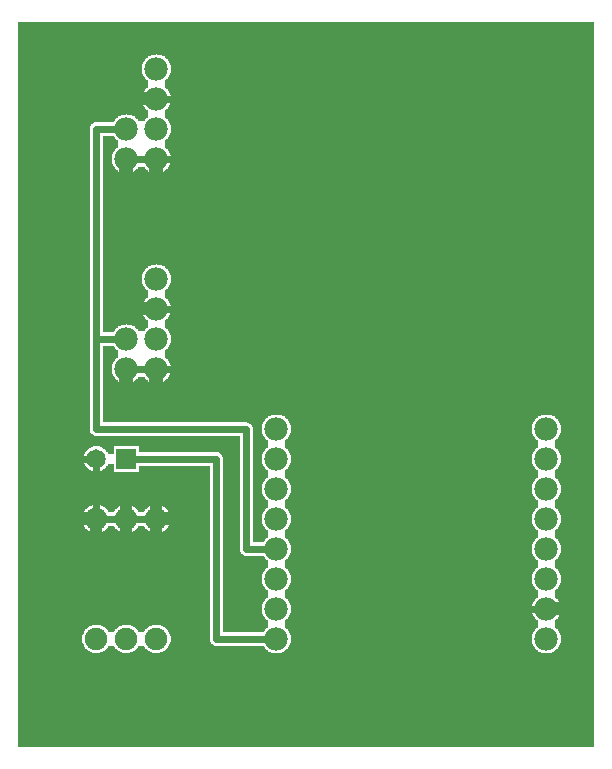
<source format=gbl>
G04 MADE WITH FRITZING*
G04 WWW.FRITZING.ORG*
G04 DOUBLE SIDED*
G04 HOLES PLATED*
G04 CONTOUR ON CENTER OF CONTOUR VECTOR*
%ASAXBY*%
%FSLAX23Y23*%
%MOIN*%
%OFA0B0*%
%SFA1.0B1.0*%
%ADD10C,0.075000*%
%ADD11C,0.077778*%
%ADD12C,0.065000*%
%ADD13C,0.078000*%
%ADD14C,0.024000*%
%ADD15R,0.001000X0.001000*%
%LNCOPPER0*%
G90*
G70*
G54D10*
X588Y2383D03*
G54D11*
X901Y1102D03*
X901Y1002D03*
X901Y902D03*
X901Y802D03*
X901Y702D03*
X901Y602D03*
X901Y502D03*
X901Y402D03*
X1801Y402D03*
X1801Y502D03*
X1801Y602D03*
X1801Y702D03*
X1801Y802D03*
X1801Y902D03*
X1801Y1002D03*
X1801Y1102D03*
G54D10*
X501Y402D03*
X501Y802D03*
X401Y402D03*
X401Y802D03*
G54D12*
X401Y1002D03*
X301Y1002D03*
G54D10*
X301Y402D03*
X301Y802D03*
G54D13*
X501Y1602D03*
X501Y1502D03*
X401Y1402D03*
X401Y1302D03*
X501Y1402D03*
X501Y1302D03*
X501Y2102D03*
X501Y2002D03*
X401Y2102D03*
X401Y2002D03*
X501Y2302D03*
X501Y2202D03*
G54D14*
X1699Y1500D02*
X531Y1502D01*
D02*
X1699Y1301D02*
X1699Y1500D01*
D02*
X431Y1302D02*
X1699Y1301D01*
D02*
X470Y1302D02*
X431Y1302D01*
D02*
X1699Y1500D02*
X531Y1502D01*
D02*
X1701Y502D02*
X1699Y1500D01*
D02*
X1771Y502D02*
X1701Y502D01*
D02*
X101Y1002D02*
X276Y1002D01*
D02*
X100Y100D02*
X101Y1002D01*
D02*
X1699Y100D02*
X100Y100D01*
D02*
X1701Y502D02*
X1699Y100D01*
D02*
X1771Y502D02*
X1701Y502D01*
D02*
X401Y802D02*
X329Y802D01*
D02*
X501Y802D02*
X429Y802D01*
D02*
X401Y1002D02*
X425Y1002D01*
D02*
X701Y402D02*
X701Y1002D01*
D02*
X701Y1002D02*
X401Y1002D01*
D02*
X871Y402D02*
X701Y402D01*
D02*
X431Y2002D02*
X470Y2002D01*
D02*
X1701Y502D02*
X1701Y2202D01*
D02*
X1701Y2202D02*
X531Y2202D01*
D02*
X1771Y502D02*
X1701Y502D01*
D02*
X301Y802D02*
X301Y977D01*
D02*
X372Y802D02*
X301Y802D01*
D02*
X800Y1101D02*
X801Y702D01*
D02*
X300Y1402D02*
X300Y1101D01*
D02*
X801Y702D02*
X871Y702D01*
D02*
X300Y1101D02*
X800Y1101D01*
D02*
X370Y1402D02*
X300Y1402D01*
D02*
X601Y2202D02*
X601Y2002D01*
D02*
X601Y2002D02*
X531Y2002D01*
D02*
X531Y2202D02*
X601Y2202D01*
D02*
X301Y2102D02*
X370Y2102D01*
D02*
X301Y1402D02*
X301Y2102D01*
D02*
X370Y1402D02*
X301Y1402D01*
G36*
X40Y2460D02*
X40Y2352D01*
X502Y2352D01*
X502Y2350D01*
X514Y2350D01*
X514Y2348D01*
X520Y2348D01*
X520Y2346D01*
X524Y2346D01*
X524Y2344D01*
X528Y2344D01*
X528Y2342D01*
X530Y2342D01*
X530Y2340D01*
X532Y2340D01*
X532Y2338D01*
X534Y2338D01*
X534Y2336D01*
X536Y2336D01*
X536Y2334D01*
X538Y2334D01*
X538Y2332D01*
X540Y2332D01*
X540Y2330D01*
X542Y2330D01*
X542Y2326D01*
X544Y2326D01*
X544Y2322D01*
X546Y2322D01*
X546Y2316D01*
X548Y2316D01*
X548Y2308D01*
X550Y2308D01*
X550Y2296D01*
X548Y2296D01*
X548Y2288D01*
X546Y2288D01*
X546Y2282D01*
X544Y2282D01*
X544Y2278D01*
X542Y2278D01*
X542Y2274D01*
X540Y2274D01*
X540Y2272D01*
X538Y2272D01*
X538Y2270D01*
X536Y2270D01*
X536Y2268D01*
X534Y2268D01*
X534Y2266D01*
X532Y2266D01*
X532Y2264D01*
X530Y2264D01*
X530Y2262D01*
X528Y2262D01*
X528Y2242D01*
X530Y2242D01*
X530Y2240D01*
X532Y2240D01*
X532Y2238D01*
X534Y2238D01*
X534Y2236D01*
X536Y2236D01*
X536Y2234D01*
X538Y2234D01*
X538Y2232D01*
X540Y2232D01*
X540Y2230D01*
X542Y2230D01*
X542Y2226D01*
X544Y2226D01*
X544Y2222D01*
X546Y2222D01*
X546Y2216D01*
X548Y2216D01*
X548Y2208D01*
X550Y2208D01*
X550Y2196D01*
X548Y2196D01*
X548Y2188D01*
X546Y2188D01*
X546Y2182D01*
X544Y2182D01*
X544Y2178D01*
X542Y2178D01*
X542Y2174D01*
X540Y2174D01*
X540Y2172D01*
X538Y2172D01*
X538Y2170D01*
X536Y2170D01*
X536Y2168D01*
X534Y2168D01*
X534Y2166D01*
X532Y2166D01*
X532Y2164D01*
X530Y2164D01*
X530Y2162D01*
X528Y2162D01*
X528Y2142D01*
X530Y2142D01*
X530Y2140D01*
X532Y2140D01*
X532Y2138D01*
X534Y2138D01*
X534Y2136D01*
X536Y2136D01*
X536Y2134D01*
X538Y2134D01*
X538Y2132D01*
X540Y2132D01*
X540Y2130D01*
X542Y2130D01*
X542Y2126D01*
X544Y2126D01*
X544Y2122D01*
X546Y2122D01*
X546Y2116D01*
X548Y2116D01*
X548Y2108D01*
X550Y2108D01*
X550Y2096D01*
X548Y2096D01*
X548Y2088D01*
X546Y2088D01*
X546Y2082D01*
X544Y2082D01*
X544Y2078D01*
X542Y2078D01*
X542Y2074D01*
X540Y2074D01*
X540Y2072D01*
X538Y2072D01*
X538Y2070D01*
X536Y2070D01*
X536Y2068D01*
X534Y2068D01*
X534Y2066D01*
X532Y2066D01*
X532Y2064D01*
X530Y2064D01*
X530Y2062D01*
X528Y2062D01*
X528Y2042D01*
X530Y2042D01*
X530Y2040D01*
X532Y2040D01*
X532Y2038D01*
X534Y2038D01*
X534Y2036D01*
X536Y2036D01*
X536Y2034D01*
X538Y2034D01*
X538Y2032D01*
X540Y2032D01*
X540Y2030D01*
X542Y2030D01*
X542Y2026D01*
X544Y2026D01*
X544Y2022D01*
X546Y2022D01*
X546Y2016D01*
X548Y2016D01*
X548Y2008D01*
X550Y2008D01*
X550Y1996D01*
X548Y1996D01*
X548Y1988D01*
X546Y1988D01*
X546Y1982D01*
X544Y1982D01*
X544Y1978D01*
X542Y1978D01*
X542Y1974D01*
X540Y1974D01*
X540Y1972D01*
X538Y1972D01*
X538Y1970D01*
X536Y1970D01*
X536Y1968D01*
X534Y1968D01*
X534Y1966D01*
X532Y1966D01*
X532Y1964D01*
X530Y1964D01*
X530Y1962D01*
X526Y1962D01*
X526Y1960D01*
X524Y1960D01*
X524Y1958D01*
X520Y1958D01*
X520Y1956D01*
X514Y1956D01*
X514Y1954D01*
X1958Y1954D01*
X1958Y2460D01*
X40Y2460D01*
G37*
D02*
G36*
X40Y2352D02*
X40Y2152D01*
X402Y2152D01*
X402Y2150D01*
X414Y2150D01*
X414Y2148D01*
X420Y2148D01*
X420Y2146D01*
X424Y2146D01*
X424Y2144D01*
X428Y2144D01*
X428Y2142D01*
X430Y2142D01*
X430Y2140D01*
X432Y2140D01*
X432Y2138D01*
X434Y2138D01*
X434Y2136D01*
X436Y2136D01*
X436Y2134D01*
X438Y2134D01*
X438Y2132D01*
X440Y2132D01*
X440Y2130D01*
X462Y2130D01*
X462Y2134D01*
X464Y2134D01*
X464Y2136D01*
X466Y2136D01*
X466Y2138D01*
X468Y2138D01*
X468Y2140D01*
X472Y2140D01*
X472Y2142D01*
X474Y2142D01*
X474Y2162D01*
X472Y2162D01*
X472Y2164D01*
X468Y2164D01*
X468Y2166D01*
X466Y2166D01*
X466Y2168D01*
X464Y2168D01*
X464Y2170D01*
X462Y2170D01*
X462Y2174D01*
X460Y2174D01*
X460Y2176D01*
X458Y2176D01*
X458Y2180D01*
X456Y2180D01*
X456Y2184D01*
X454Y2184D01*
X454Y2192D01*
X452Y2192D01*
X452Y2214D01*
X454Y2214D01*
X454Y2220D01*
X456Y2220D01*
X456Y2224D01*
X458Y2224D01*
X458Y2228D01*
X460Y2228D01*
X460Y2230D01*
X462Y2230D01*
X462Y2234D01*
X464Y2234D01*
X464Y2236D01*
X466Y2236D01*
X466Y2238D01*
X468Y2238D01*
X468Y2240D01*
X472Y2240D01*
X472Y2242D01*
X474Y2242D01*
X474Y2262D01*
X472Y2262D01*
X472Y2264D01*
X468Y2264D01*
X468Y2266D01*
X466Y2266D01*
X466Y2268D01*
X464Y2268D01*
X464Y2270D01*
X462Y2270D01*
X462Y2274D01*
X460Y2274D01*
X460Y2276D01*
X458Y2276D01*
X458Y2280D01*
X456Y2280D01*
X456Y2284D01*
X454Y2284D01*
X454Y2292D01*
X452Y2292D01*
X452Y2314D01*
X454Y2314D01*
X454Y2320D01*
X456Y2320D01*
X456Y2324D01*
X458Y2324D01*
X458Y2328D01*
X460Y2328D01*
X460Y2330D01*
X462Y2330D01*
X462Y2334D01*
X464Y2334D01*
X464Y2336D01*
X466Y2336D01*
X466Y2338D01*
X468Y2338D01*
X468Y2340D01*
X472Y2340D01*
X472Y2342D01*
X474Y2342D01*
X474Y2344D01*
X478Y2344D01*
X478Y2346D01*
X482Y2346D01*
X482Y2348D01*
X488Y2348D01*
X488Y2350D01*
X500Y2350D01*
X500Y2352D01*
X40Y2352D01*
G37*
D02*
G36*
X40Y2152D02*
X40Y1044D01*
X444Y1044D01*
X444Y1024D01*
X708Y1024D01*
X708Y1022D01*
X712Y1022D01*
X712Y1020D01*
X714Y1020D01*
X714Y1018D01*
X716Y1018D01*
X716Y1016D01*
X718Y1016D01*
X718Y1014D01*
X720Y1014D01*
X720Y1010D01*
X722Y1010D01*
X722Y424D01*
X858Y424D01*
X858Y428D01*
X860Y428D01*
X860Y430D01*
X862Y430D01*
X862Y432D01*
X864Y432D01*
X864Y436D01*
X866Y436D01*
X866Y438D01*
X868Y438D01*
X868Y440D01*
X872Y440D01*
X872Y442D01*
X874Y442D01*
X874Y462D01*
X872Y462D01*
X872Y464D01*
X870Y464D01*
X870Y466D01*
X866Y466D01*
X866Y468D01*
X864Y468D01*
X864Y472D01*
X862Y472D01*
X862Y474D01*
X860Y474D01*
X860Y476D01*
X858Y476D01*
X858Y480D01*
X856Y480D01*
X856Y484D01*
X854Y484D01*
X854Y492D01*
X852Y492D01*
X852Y512D01*
X854Y512D01*
X854Y520D01*
X856Y520D01*
X856Y524D01*
X858Y524D01*
X858Y528D01*
X860Y528D01*
X860Y530D01*
X862Y530D01*
X862Y532D01*
X864Y532D01*
X864Y536D01*
X866Y536D01*
X866Y538D01*
X868Y538D01*
X868Y540D01*
X872Y540D01*
X872Y542D01*
X874Y542D01*
X874Y562D01*
X872Y562D01*
X872Y564D01*
X870Y564D01*
X870Y566D01*
X866Y566D01*
X866Y568D01*
X864Y568D01*
X864Y572D01*
X862Y572D01*
X862Y574D01*
X860Y574D01*
X860Y576D01*
X858Y576D01*
X858Y580D01*
X856Y580D01*
X856Y584D01*
X854Y584D01*
X854Y592D01*
X852Y592D01*
X852Y612D01*
X854Y612D01*
X854Y620D01*
X856Y620D01*
X856Y624D01*
X858Y624D01*
X858Y628D01*
X860Y628D01*
X860Y630D01*
X862Y630D01*
X862Y632D01*
X864Y632D01*
X864Y636D01*
X866Y636D01*
X866Y638D01*
X868Y638D01*
X868Y640D01*
X872Y640D01*
X872Y642D01*
X874Y642D01*
X874Y662D01*
X872Y662D01*
X872Y664D01*
X870Y664D01*
X870Y666D01*
X866Y666D01*
X866Y668D01*
X864Y668D01*
X864Y672D01*
X862Y672D01*
X862Y674D01*
X860Y674D01*
X860Y676D01*
X858Y676D01*
X858Y680D01*
X794Y680D01*
X794Y682D01*
X790Y682D01*
X790Y684D01*
X786Y684D01*
X786Y686D01*
X784Y686D01*
X784Y688D01*
X782Y688D01*
X782Y692D01*
X780Y692D01*
X780Y698D01*
X778Y698D01*
X778Y1080D01*
X292Y1080D01*
X292Y1082D01*
X288Y1082D01*
X288Y1084D01*
X286Y1084D01*
X286Y1086D01*
X284Y1086D01*
X284Y1088D01*
X282Y1088D01*
X282Y1090D01*
X280Y1090D01*
X280Y1096D01*
X278Y1096D01*
X278Y2106D01*
X280Y2106D01*
X280Y2112D01*
X282Y2112D01*
X282Y2116D01*
X284Y2116D01*
X284Y2118D01*
X286Y2118D01*
X286Y2120D01*
X290Y2120D01*
X290Y2122D01*
X294Y2122D01*
X294Y2124D01*
X358Y2124D01*
X358Y2128D01*
X360Y2128D01*
X360Y2130D01*
X362Y2130D01*
X362Y2134D01*
X364Y2134D01*
X364Y2136D01*
X366Y2136D01*
X366Y2138D01*
X368Y2138D01*
X368Y2140D01*
X372Y2140D01*
X372Y2142D01*
X374Y2142D01*
X374Y2144D01*
X378Y2144D01*
X378Y2146D01*
X382Y2146D01*
X382Y2148D01*
X388Y2148D01*
X388Y2150D01*
X400Y2150D01*
X400Y2152D01*
X40Y2152D01*
G37*
D02*
G36*
X322Y2080D02*
X322Y1954D01*
X388Y1954D01*
X388Y1956D01*
X382Y1956D01*
X382Y1958D01*
X378Y1958D01*
X378Y1960D01*
X374Y1960D01*
X374Y1962D01*
X372Y1962D01*
X372Y1964D01*
X368Y1964D01*
X368Y1966D01*
X366Y1966D01*
X366Y1968D01*
X364Y1968D01*
X364Y1970D01*
X362Y1970D01*
X362Y1974D01*
X360Y1974D01*
X360Y1976D01*
X358Y1976D01*
X358Y1980D01*
X356Y1980D01*
X356Y1984D01*
X354Y1984D01*
X354Y1992D01*
X352Y1992D01*
X352Y2014D01*
X354Y2014D01*
X354Y2020D01*
X356Y2020D01*
X356Y2024D01*
X358Y2024D01*
X358Y2028D01*
X360Y2028D01*
X360Y2030D01*
X362Y2030D01*
X362Y2034D01*
X364Y2034D01*
X364Y2036D01*
X366Y2036D01*
X366Y2038D01*
X368Y2038D01*
X368Y2040D01*
X372Y2040D01*
X372Y2042D01*
X374Y2042D01*
X374Y2062D01*
X372Y2062D01*
X372Y2064D01*
X368Y2064D01*
X368Y2066D01*
X366Y2066D01*
X366Y2068D01*
X364Y2068D01*
X364Y2070D01*
X362Y2070D01*
X362Y2074D01*
X360Y2074D01*
X360Y2076D01*
X358Y2076D01*
X358Y2080D01*
X322Y2080D01*
G37*
D02*
G36*
X440Y1974D02*
X440Y1972D01*
X438Y1972D01*
X438Y1970D01*
X436Y1970D01*
X436Y1968D01*
X434Y1968D01*
X434Y1966D01*
X432Y1966D01*
X432Y1964D01*
X430Y1964D01*
X430Y1962D01*
X426Y1962D01*
X426Y1960D01*
X424Y1960D01*
X424Y1958D01*
X420Y1958D01*
X420Y1956D01*
X414Y1956D01*
X414Y1954D01*
X488Y1954D01*
X488Y1956D01*
X482Y1956D01*
X482Y1958D01*
X478Y1958D01*
X478Y1960D01*
X474Y1960D01*
X474Y1962D01*
X472Y1962D01*
X472Y1964D01*
X468Y1964D01*
X468Y1966D01*
X466Y1966D01*
X466Y1968D01*
X464Y1968D01*
X464Y1970D01*
X462Y1970D01*
X462Y1974D01*
X440Y1974D01*
G37*
D02*
G36*
X322Y1954D02*
X322Y1952D01*
X1958Y1952D01*
X1958Y1954D01*
X322Y1954D01*
G37*
D02*
G36*
X322Y1954D02*
X322Y1952D01*
X1958Y1952D01*
X1958Y1954D01*
X322Y1954D01*
G37*
D02*
G36*
X322Y1954D02*
X322Y1952D01*
X1958Y1952D01*
X1958Y1954D01*
X322Y1954D01*
G37*
D02*
G36*
X322Y1952D02*
X322Y1652D01*
X502Y1652D01*
X502Y1650D01*
X514Y1650D01*
X514Y1648D01*
X520Y1648D01*
X520Y1646D01*
X524Y1646D01*
X524Y1644D01*
X528Y1644D01*
X528Y1642D01*
X530Y1642D01*
X530Y1640D01*
X532Y1640D01*
X532Y1638D01*
X534Y1638D01*
X534Y1636D01*
X536Y1636D01*
X536Y1634D01*
X538Y1634D01*
X538Y1632D01*
X540Y1632D01*
X540Y1630D01*
X542Y1630D01*
X542Y1626D01*
X544Y1626D01*
X544Y1622D01*
X546Y1622D01*
X546Y1616D01*
X548Y1616D01*
X548Y1608D01*
X550Y1608D01*
X550Y1596D01*
X548Y1596D01*
X548Y1588D01*
X546Y1588D01*
X546Y1582D01*
X544Y1582D01*
X544Y1578D01*
X542Y1578D01*
X542Y1574D01*
X540Y1574D01*
X540Y1572D01*
X538Y1572D01*
X538Y1570D01*
X536Y1570D01*
X536Y1568D01*
X534Y1568D01*
X534Y1566D01*
X532Y1566D01*
X532Y1564D01*
X530Y1564D01*
X530Y1562D01*
X528Y1562D01*
X528Y1542D01*
X530Y1542D01*
X530Y1540D01*
X532Y1540D01*
X532Y1538D01*
X534Y1538D01*
X534Y1536D01*
X536Y1536D01*
X536Y1534D01*
X538Y1534D01*
X538Y1532D01*
X540Y1532D01*
X540Y1530D01*
X542Y1530D01*
X542Y1526D01*
X544Y1526D01*
X544Y1522D01*
X546Y1522D01*
X546Y1516D01*
X548Y1516D01*
X548Y1508D01*
X550Y1508D01*
X550Y1496D01*
X548Y1496D01*
X548Y1488D01*
X546Y1488D01*
X546Y1482D01*
X544Y1482D01*
X544Y1478D01*
X542Y1478D01*
X542Y1474D01*
X540Y1474D01*
X540Y1472D01*
X538Y1472D01*
X538Y1470D01*
X536Y1470D01*
X536Y1468D01*
X534Y1468D01*
X534Y1466D01*
X532Y1466D01*
X532Y1464D01*
X530Y1464D01*
X530Y1462D01*
X528Y1462D01*
X528Y1442D01*
X530Y1442D01*
X530Y1440D01*
X532Y1440D01*
X532Y1438D01*
X534Y1438D01*
X534Y1436D01*
X536Y1436D01*
X536Y1434D01*
X538Y1434D01*
X538Y1432D01*
X540Y1432D01*
X540Y1430D01*
X542Y1430D01*
X542Y1426D01*
X544Y1426D01*
X544Y1422D01*
X546Y1422D01*
X546Y1416D01*
X548Y1416D01*
X548Y1408D01*
X550Y1408D01*
X550Y1396D01*
X548Y1396D01*
X548Y1388D01*
X546Y1388D01*
X546Y1382D01*
X544Y1382D01*
X544Y1378D01*
X542Y1378D01*
X542Y1374D01*
X540Y1374D01*
X540Y1372D01*
X538Y1372D01*
X538Y1370D01*
X536Y1370D01*
X536Y1368D01*
X534Y1368D01*
X534Y1366D01*
X532Y1366D01*
X532Y1364D01*
X530Y1364D01*
X530Y1362D01*
X528Y1362D01*
X528Y1342D01*
X530Y1342D01*
X530Y1340D01*
X532Y1340D01*
X532Y1338D01*
X534Y1338D01*
X534Y1336D01*
X536Y1336D01*
X536Y1334D01*
X538Y1334D01*
X538Y1332D01*
X540Y1332D01*
X540Y1330D01*
X542Y1330D01*
X542Y1326D01*
X544Y1326D01*
X544Y1322D01*
X546Y1322D01*
X546Y1316D01*
X548Y1316D01*
X548Y1308D01*
X550Y1308D01*
X550Y1296D01*
X548Y1296D01*
X548Y1288D01*
X546Y1288D01*
X546Y1282D01*
X544Y1282D01*
X544Y1278D01*
X542Y1278D01*
X542Y1274D01*
X540Y1274D01*
X540Y1272D01*
X538Y1272D01*
X538Y1270D01*
X536Y1270D01*
X536Y1268D01*
X534Y1268D01*
X534Y1266D01*
X532Y1266D01*
X532Y1264D01*
X530Y1264D01*
X530Y1262D01*
X526Y1262D01*
X526Y1260D01*
X524Y1260D01*
X524Y1258D01*
X520Y1258D01*
X520Y1256D01*
X514Y1256D01*
X514Y1254D01*
X1958Y1254D01*
X1958Y1952D01*
X322Y1952D01*
G37*
D02*
G36*
X322Y1652D02*
X322Y1452D01*
X402Y1452D01*
X402Y1450D01*
X414Y1450D01*
X414Y1448D01*
X420Y1448D01*
X420Y1446D01*
X424Y1446D01*
X424Y1444D01*
X428Y1444D01*
X428Y1442D01*
X430Y1442D01*
X430Y1440D01*
X432Y1440D01*
X432Y1438D01*
X434Y1438D01*
X434Y1436D01*
X436Y1436D01*
X436Y1434D01*
X438Y1434D01*
X438Y1432D01*
X440Y1432D01*
X440Y1430D01*
X462Y1430D01*
X462Y1434D01*
X464Y1434D01*
X464Y1436D01*
X466Y1436D01*
X466Y1438D01*
X468Y1438D01*
X468Y1440D01*
X472Y1440D01*
X472Y1442D01*
X474Y1442D01*
X474Y1462D01*
X472Y1462D01*
X472Y1464D01*
X468Y1464D01*
X468Y1466D01*
X466Y1466D01*
X466Y1468D01*
X464Y1468D01*
X464Y1470D01*
X462Y1470D01*
X462Y1474D01*
X460Y1474D01*
X460Y1476D01*
X458Y1476D01*
X458Y1480D01*
X456Y1480D01*
X456Y1484D01*
X454Y1484D01*
X454Y1492D01*
X452Y1492D01*
X452Y1514D01*
X454Y1514D01*
X454Y1520D01*
X456Y1520D01*
X456Y1524D01*
X458Y1524D01*
X458Y1528D01*
X460Y1528D01*
X460Y1530D01*
X462Y1530D01*
X462Y1534D01*
X464Y1534D01*
X464Y1536D01*
X466Y1536D01*
X466Y1538D01*
X468Y1538D01*
X468Y1540D01*
X472Y1540D01*
X472Y1542D01*
X474Y1542D01*
X474Y1562D01*
X472Y1562D01*
X472Y1564D01*
X468Y1564D01*
X468Y1566D01*
X466Y1566D01*
X466Y1568D01*
X464Y1568D01*
X464Y1570D01*
X462Y1570D01*
X462Y1574D01*
X460Y1574D01*
X460Y1576D01*
X458Y1576D01*
X458Y1580D01*
X456Y1580D01*
X456Y1584D01*
X454Y1584D01*
X454Y1592D01*
X452Y1592D01*
X452Y1614D01*
X454Y1614D01*
X454Y1620D01*
X456Y1620D01*
X456Y1624D01*
X458Y1624D01*
X458Y1628D01*
X460Y1628D01*
X460Y1630D01*
X462Y1630D01*
X462Y1634D01*
X464Y1634D01*
X464Y1636D01*
X466Y1636D01*
X466Y1638D01*
X468Y1638D01*
X468Y1640D01*
X472Y1640D01*
X472Y1642D01*
X474Y1642D01*
X474Y1644D01*
X478Y1644D01*
X478Y1646D01*
X482Y1646D01*
X482Y1648D01*
X488Y1648D01*
X488Y1650D01*
X500Y1650D01*
X500Y1652D01*
X322Y1652D01*
G37*
D02*
G36*
X322Y1452D02*
X322Y1424D01*
X358Y1424D01*
X358Y1428D01*
X360Y1428D01*
X360Y1430D01*
X362Y1430D01*
X362Y1434D01*
X364Y1434D01*
X364Y1436D01*
X366Y1436D01*
X366Y1438D01*
X368Y1438D01*
X368Y1440D01*
X372Y1440D01*
X372Y1442D01*
X374Y1442D01*
X374Y1444D01*
X378Y1444D01*
X378Y1446D01*
X382Y1446D01*
X382Y1448D01*
X388Y1448D01*
X388Y1450D01*
X400Y1450D01*
X400Y1452D01*
X322Y1452D01*
G37*
D02*
G36*
X322Y1380D02*
X322Y1254D01*
X388Y1254D01*
X388Y1256D01*
X382Y1256D01*
X382Y1258D01*
X378Y1258D01*
X378Y1260D01*
X374Y1260D01*
X374Y1262D01*
X372Y1262D01*
X372Y1264D01*
X368Y1264D01*
X368Y1266D01*
X366Y1266D01*
X366Y1268D01*
X364Y1268D01*
X364Y1270D01*
X362Y1270D01*
X362Y1274D01*
X360Y1274D01*
X360Y1276D01*
X358Y1276D01*
X358Y1280D01*
X356Y1280D01*
X356Y1284D01*
X354Y1284D01*
X354Y1292D01*
X352Y1292D01*
X352Y1314D01*
X354Y1314D01*
X354Y1320D01*
X356Y1320D01*
X356Y1324D01*
X358Y1324D01*
X358Y1328D01*
X360Y1328D01*
X360Y1330D01*
X362Y1330D01*
X362Y1334D01*
X364Y1334D01*
X364Y1336D01*
X366Y1336D01*
X366Y1338D01*
X368Y1338D01*
X368Y1340D01*
X372Y1340D01*
X372Y1342D01*
X374Y1342D01*
X374Y1362D01*
X372Y1362D01*
X372Y1364D01*
X368Y1364D01*
X368Y1366D01*
X366Y1366D01*
X366Y1368D01*
X364Y1368D01*
X364Y1370D01*
X362Y1370D01*
X362Y1374D01*
X360Y1374D01*
X360Y1376D01*
X358Y1376D01*
X358Y1380D01*
X322Y1380D01*
G37*
D02*
G36*
X440Y1274D02*
X440Y1272D01*
X438Y1272D01*
X438Y1270D01*
X436Y1270D01*
X436Y1268D01*
X434Y1268D01*
X434Y1266D01*
X432Y1266D01*
X432Y1264D01*
X430Y1264D01*
X430Y1262D01*
X426Y1262D01*
X426Y1260D01*
X424Y1260D01*
X424Y1258D01*
X420Y1258D01*
X420Y1256D01*
X414Y1256D01*
X414Y1254D01*
X488Y1254D01*
X488Y1256D01*
X482Y1256D01*
X482Y1258D01*
X478Y1258D01*
X478Y1260D01*
X474Y1260D01*
X474Y1262D01*
X472Y1262D01*
X472Y1264D01*
X468Y1264D01*
X468Y1266D01*
X466Y1266D01*
X466Y1268D01*
X464Y1268D01*
X464Y1270D01*
X462Y1270D01*
X462Y1274D01*
X440Y1274D01*
G37*
D02*
G36*
X322Y1254D02*
X322Y1252D01*
X1958Y1252D01*
X1958Y1254D01*
X322Y1254D01*
G37*
D02*
G36*
X322Y1254D02*
X322Y1252D01*
X1958Y1252D01*
X1958Y1254D01*
X322Y1254D01*
G37*
D02*
G36*
X322Y1254D02*
X322Y1252D01*
X1958Y1252D01*
X1958Y1254D01*
X322Y1254D01*
G37*
D02*
G36*
X322Y1252D02*
X322Y1150D01*
X1814Y1150D01*
X1814Y1148D01*
X1820Y1148D01*
X1820Y1146D01*
X1824Y1146D01*
X1824Y1144D01*
X1828Y1144D01*
X1828Y1142D01*
X1830Y1142D01*
X1830Y1140D01*
X1832Y1140D01*
X1832Y1138D01*
X1834Y1138D01*
X1834Y1136D01*
X1836Y1136D01*
X1836Y1134D01*
X1838Y1134D01*
X1838Y1132D01*
X1840Y1132D01*
X1840Y1130D01*
X1842Y1130D01*
X1842Y1126D01*
X1844Y1126D01*
X1844Y1122D01*
X1846Y1122D01*
X1846Y1116D01*
X1848Y1116D01*
X1848Y1108D01*
X1850Y1108D01*
X1850Y1096D01*
X1848Y1096D01*
X1848Y1088D01*
X1846Y1088D01*
X1846Y1082D01*
X1844Y1082D01*
X1844Y1078D01*
X1842Y1078D01*
X1842Y1074D01*
X1840Y1074D01*
X1840Y1072D01*
X1838Y1072D01*
X1838Y1070D01*
X1836Y1070D01*
X1836Y1068D01*
X1834Y1068D01*
X1834Y1066D01*
X1832Y1066D01*
X1832Y1064D01*
X1830Y1064D01*
X1830Y1062D01*
X1828Y1062D01*
X1828Y1042D01*
X1830Y1042D01*
X1830Y1040D01*
X1832Y1040D01*
X1832Y1038D01*
X1834Y1038D01*
X1834Y1036D01*
X1836Y1036D01*
X1836Y1034D01*
X1838Y1034D01*
X1838Y1032D01*
X1840Y1032D01*
X1840Y1030D01*
X1842Y1030D01*
X1842Y1026D01*
X1844Y1026D01*
X1844Y1022D01*
X1846Y1022D01*
X1846Y1016D01*
X1848Y1016D01*
X1848Y1008D01*
X1850Y1008D01*
X1850Y996D01*
X1848Y996D01*
X1848Y988D01*
X1846Y988D01*
X1846Y982D01*
X1844Y982D01*
X1844Y978D01*
X1842Y978D01*
X1842Y974D01*
X1840Y974D01*
X1840Y972D01*
X1838Y972D01*
X1838Y970D01*
X1836Y970D01*
X1836Y968D01*
X1834Y968D01*
X1834Y966D01*
X1832Y966D01*
X1832Y964D01*
X1830Y964D01*
X1830Y962D01*
X1828Y962D01*
X1828Y942D01*
X1830Y942D01*
X1830Y940D01*
X1832Y940D01*
X1832Y938D01*
X1834Y938D01*
X1834Y936D01*
X1836Y936D01*
X1836Y934D01*
X1838Y934D01*
X1838Y932D01*
X1840Y932D01*
X1840Y930D01*
X1842Y930D01*
X1842Y926D01*
X1844Y926D01*
X1844Y922D01*
X1846Y922D01*
X1846Y916D01*
X1848Y916D01*
X1848Y908D01*
X1850Y908D01*
X1850Y896D01*
X1848Y896D01*
X1848Y888D01*
X1846Y888D01*
X1846Y882D01*
X1844Y882D01*
X1844Y878D01*
X1842Y878D01*
X1842Y874D01*
X1840Y874D01*
X1840Y872D01*
X1838Y872D01*
X1838Y870D01*
X1836Y870D01*
X1836Y868D01*
X1834Y868D01*
X1834Y866D01*
X1832Y866D01*
X1832Y864D01*
X1830Y864D01*
X1830Y862D01*
X1828Y862D01*
X1828Y842D01*
X1830Y842D01*
X1830Y840D01*
X1832Y840D01*
X1832Y838D01*
X1834Y838D01*
X1834Y836D01*
X1836Y836D01*
X1836Y834D01*
X1838Y834D01*
X1838Y832D01*
X1840Y832D01*
X1840Y830D01*
X1842Y830D01*
X1842Y826D01*
X1844Y826D01*
X1844Y822D01*
X1846Y822D01*
X1846Y816D01*
X1848Y816D01*
X1848Y808D01*
X1850Y808D01*
X1850Y796D01*
X1848Y796D01*
X1848Y788D01*
X1846Y788D01*
X1846Y782D01*
X1844Y782D01*
X1844Y778D01*
X1842Y778D01*
X1842Y774D01*
X1840Y774D01*
X1840Y772D01*
X1838Y772D01*
X1838Y770D01*
X1836Y770D01*
X1836Y768D01*
X1834Y768D01*
X1834Y766D01*
X1832Y766D01*
X1832Y764D01*
X1830Y764D01*
X1830Y762D01*
X1828Y762D01*
X1828Y742D01*
X1830Y742D01*
X1830Y740D01*
X1832Y740D01*
X1832Y738D01*
X1834Y738D01*
X1834Y736D01*
X1836Y736D01*
X1836Y734D01*
X1838Y734D01*
X1838Y732D01*
X1840Y732D01*
X1840Y730D01*
X1842Y730D01*
X1842Y726D01*
X1844Y726D01*
X1844Y722D01*
X1846Y722D01*
X1846Y716D01*
X1848Y716D01*
X1848Y708D01*
X1850Y708D01*
X1850Y696D01*
X1848Y696D01*
X1848Y688D01*
X1846Y688D01*
X1846Y682D01*
X1844Y682D01*
X1844Y678D01*
X1842Y678D01*
X1842Y674D01*
X1840Y674D01*
X1840Y672D01*
X1838Y672D01*
X1838Y670D01*
X1836Y670D01*
X1836Y668D01*
X1834Y668D01*
X1834Y666D01*
X1832Y666D01*
X1832Y664D01*
X1830Y664D01*
X1830Y662D01*
X1828Y662D01*
X1828Y642D01*
X1830Y642D01*
X1830Y640D01*
X1832Y640D01*
X1832Y638D01*
X1834Y638D01*
X1834Y636D01*
X1836Y636D01*
X1836Y634D01*
X1838Y634D01*
X1838Y632D01*
X1840Y632D01*
X1840Y630D01*
X1842Y630D01*
X1842Y626D01*
X1844Y626D01*
X1844Y622D01*
X1846Y622D01*
X1846Y616D01*
X1848Y616D01*
X1848Y608D01*
X1850Y608D01*
X1850Y596D01*
X1848Y596D01*
X1848Y588D01*
X1846Y588D01*
X1846Y582D01*
X1844Y582D01*
X1844Y578D01*
X1842Y578D01*
X1842Y574D01*
X1840Y574D01*
X1840Y572D01*
X1838Y572D01*
X1838Y570D01*
X1836Y570D01*
X1836Y568D01*
X1834Y568D01*
X1834Y566D01*
X1832Y566D01*
X1832Y564D01*
X1830Y564D01*
X1830Y562D01*
X1828Y562D01*
X1828Y542D01*
X1830Y542D01*
X1830Y540D01*
X1832Y540D01*
X1832Y538D01*
X1834Y538D01*
X1834Y536D01*
X1836Y536D01*
X1836Y534D01*
X1838Y534D01*
X1838Y532D01*
X1840Y532D01*
X1840Y530D01*
X1842Y530D01*
X1842Y526D01*
X1844Y526D01*
X1844Y522D01*
X1846Y522D01*
X1846Y516D01*
X1848Y516D01*
X1848Y508D01*
X1850Y508D01*
X1850Y496D01*
X1848Y496D01*
X1848Y488D01*
X1846Y488D01*
X1846Y482D01*
X1844Y482D01*
X1844Y478D01*
X1842Y478D01*
X1842Y474D01*
X1840Y474D01*
X1840Y472D01*
X1838Y472D01*
X1838Y470D01*
X1836Y470D01*
X1836Y468D01*
X1834Y468D01*
X1834Y466D01*
X1832Y466D01*
X1832Y464D01*
X1830Y464D01*
X1830Y462D01*
X1828Y462D01*
X1828Y442D01*
X1830Y442D01*
X1830Y440D01*
X1832Y440D01*
X1832Y438D01*
X1834Y438D01*
X1834Y436D01*
X1836Y436D01*
X1836Y434D01*
X1838Y434D01*
X1838Y432D01*
X1840Y432D01*
X1840Y430D01*
X1842Y430D01*
X1842Y426D01*
X1844Y426D01*
X1844Y422D01*
X1846Y422D01*
X1846Y416D01*
X1848Y416D01*
X1848Y408D01*
X1850Y408D01*
X1850Y396D01*
X1848Y396D01*
X1848Y388D01*
X1846Y388D01*
X1846Y382D01*
X1844Y382D01*
X1844Y378D01*
X1842Y378D01*
X1842Y374D01*
X1840Y374D01*
X1840Y372D01*
X1838Y372D01*
X1838Y370D01*
X1836Y370D01*
X1836Y368D01*
X1834Y368D01*
X1834Y366D01*
X1832Y366D01*
X1832Y364D01*
X1830Y364D01*
X1830Y362D01*
X1826Y362D01*
X1826Y360D01*
X1824Y360D01*
X1824Y358D01*
X1820Y358D01*
X1820Y356D01*
X1812Y356D01*
X1812Y354D01*
X1958Y354D01*
X1958Y1252D01*
X322Y1252D01*
G37*
D02*
G36*
X322Y1150D02*
X322Y1124D01*
X804Y1124D01*
X804Y1122D01*
X810Y1122D01*
X810Y1120D01*
X814Y1120D01*
X814Y1118D01*
X816Y1118D01*
X816Y1116D01*
X818Y1116D01*
X818Y1112D01*
X820Y1112D01*
X820Y1108D01*
X822Y1108D01*
X822Y724D01*
X858Y724D01*
X858Y728D01*
X860Y728D01*
X860Y730D01*
X862Y730D01*
X862Y732D01*
X864Y732D01*
X864Y736D01*
X866Y736D01*
X866Y738D01*
X868Y738D01*
X868Y740D01*
X872Y740D01*
X872Y742D01*
X874Y742D01*
X874Y762D01*
X872Y762D01*
X872Y764D01*
X870Y764D01*
X870Y766D01*
X866Y766D01*
X866Y768D01*
X864Y768D01*
X864Y772D01*
X862Y772D01*
X862Y774D01*
X860Y774D01*
X860Y776D01*
X858Y776D01*
X858Y780D01*
X856Y780D01*
X856Y784D01*
X854Y784D01*
X854Y792D01*
X852Y792D01*
X852Y812D01*
X854Y812D01*
X854Y820D01*
X856Y820D01*
X856Y824D01*
X858Y824D01*
X858Y828D01*
X860Y828D01*
X860Y830D01*
X862Y830D01*
X862Y832D01*
X864Y832D01*
X864Y836D01*
X866Y836D01*
X866Y838D01*
X868Y838D01*
X868Y840D01*
X872Y840D01*
X872Y842D01*
X874Y842D01*
X874Y862D01*
X872Y862D01*
X872Y864D01*
X870Y864D01*
X870Y866D01*
X866Y866D01*
X866Y868D01*
X864Y868D01*
X864Y872D01*
X862Y872D01*
X862Y874D01*
X860Y874D01*
X860Y876D01*
X858Y876D01*
X858Y880D01*
X856Y880D01*
X856Y884D01*
X854Y884D01*
X854Y892D01*
X852Y892D01*
X852Y912D01*
X854Y912D01*
X854Y920D01*
X856Y920D01*
X856Y924D01*
X858Y924D01*
X858Y928D01*
X860Y928D01*
X860Y930D01*
X862Y930D01*
X862Y932D01*
X864Y932D01*
X864Y936D01*
X866Y936D01*
X866Y938D01*
X868Y938D01*
X868Y940D01*
X872Y940D01*
X872Y942D01*
X874Y942D01*
X874Y962D01*
X872Y962D01*
X872Y964D01*
X870Y964D01*
X870Y966D01*
X866Y966D01*
X866Y968D01*
X864Y968D01*
X864Y972D01*
X862Y972D01*
X862Y974D01*
X860Y974D01*
X860Y976D01*
X858Y976D01*
X858Y980D01*
X856Y980D01*
X856Y984D01*
X854Y984D01*
X854Y992D01*
X852Y992D01*
X852Y1012D01*
X854Y1012D01*
X854Y1020D01*
X856Y1020D01*
X856Y1024D01*
X858Y1024D01*
X858Y1028D01*
X860Y1028D01*
X860Y1030D01*
X862Y1030D01*
X862Y1032D01*
X864Y1032D01*
X864Y1036D01*
X866Y1036D01*
X866Y1038D01*
X868Y1038D01*
X868Y1040D01*
X872Y1040D01*
X872Y1042D01*
X874Y1042D01*
X874Y1062D01*
X872Y1062D01*
X872Y1064D01*
X870Y1064D01*
X870Y1066D01*
X866Y1066D01*
X866Y1068D01*
X864Y1068D01*
X864Y1072D01*
X862Y1072D01*
X862Y1074D01*
X860Y1074D01*
X860Y1076D01*
X858Y1076D01*
X858Y1080D01*
X856Y1080D01*
X856Y1084D01*
X854Y1084D01*
X854Y1092D01*
X852Y1092D01*
X852Y1112D01*
X854Y1112D01*
X854Y1120D01*
X856Y1120D01*
X856Y1124D01*
X858Y1124D01*
X858Y1128D01*
X860Y1128D01*
X860Y1130D01*
X862Y1130D01*
X862Y1132D01*
X864Y1132D01*
X864Y1136D01*
X866Y1136D01*
X866Y1138D01*
X868Y1138D01*
X868Y1140D01*
X872Y1140D01*
X872Y1142D01*
X874Y1142D01*
X874Y1144D01*
X878Y1144D01*
X878Y1146D01*
X882Y1146D01*
X882Y1148D01*
X888Y1148D01*
X888Y1150D01*
X322Y1150D01*
G37*
D02*
G36*
X914Y1150D02*
X914Y1148D01*
X920Y1148D01*
X920Y1146D01*
X924Y1146D01*
X924Y1144D01*
X928Y1144D01*
X928Y1142D01*
X930Y1142D01*
X930Y1140D01*
X932Y1140D01*
X932Y1138D01*
X934Y1138D01*
X934Y1136D01*
X936Y1136D01*
X936Y1134D01*
X938Y1134D01*
X938Y1132D01*
X940Y1132D01*
X940Y1130D01*
X942Y1130D01*
X942Y1126D01*
X944Y1126D01*
X944Y1122D01*
X946Y1122D01*
X946Y1116D01*
X948Y1116D01*
X948Y1108D01*
X950Y1108D01*
X950Y1096D01*
X948Y1096D01*
X948Y1088D01*
X946Y1088D01*
X946Y1082D01*
X944Y1082D01*
X944Y1078D01*
X942Y1078D01*
X942Y1074D01*
X940Y1074D01*
X940Y1072D01*
X938Y1072D01*
X938Y1070D01*
X936Y1070D01*
X936Y1068D01*
X934Y1068D01*
X934Y1066D01*
X932Y1066D01*
X932Y1064D01*
X930Y1064D01*
X930Y1062D01*
X928Y1062D01*
X928Y1042D01*
X930Y1042D01*
X930Y1040D01*
X932Y1040D01*
X932Y1038D01*
X934Y1038D01*
X934Y1036D01*
X936Y1036D01*
X936Y1034D01*
X938Y1034D01*
X938Y1032D01*
X940Y1032D01*
X940Y1030D01*
X942Y1030D01*
X942Y1026D01*
X944Y1026D01*
X944Y1022D01*
X946Y1022D01*
X946Y1016D01*
X948Y1016D01*
X948Y1008D01*
X950Y1008D01*
X950Y996D01*
X948Y996D01*
X948Y988D01*
X946Y988D01*
X946Y982D01*
X944Y982D01*
X944Y978D01*
X942Y978D01*
X942Y974D01*
X940Y974D01*
X940Y972D01*
X938Y972D01*
X938Y970D01*
X936Y970D01*
X936Y968D01*
X934Y968D01*
X934Y966D01*
X932Y966D01*
X932Y964D01*
X930Y964D01*
X930Y962D01*
X928Y962D01*
X928Y942D01*
X930Y942D01*
X930Y940D01*
X932Y940D01*
X932Y938D01*
X934Y938D01*
X934Y936D01*
X936Y936D01*
X936Y934D01*
X938Y934D01*
X938Y932D01*
X940Y932D01*
X940Y930D01*
X942Y930D01*
X942Y926D01*
X944Y926D01*
X944Y922D01*
X946Y922D01*
X946Y916D01*
X948Y916D01*
X948Y908D01*
X950Y908D01*
X950Y896D01*
X948Y896D01*
X948Y888D01*
X946Y888D01*
X946Y882D01*
X944Y882D01*
X944Y878D01*
X942Y878D01*
X942Y874D01*
X940Y874D01*
X940Y872D01*
X938Y872D01*
X938Y870D01*
X936Y870D01*
X936Y868D01*
X934Y868D01*
X934Y866D01*
X932Y866D01*
X932Y864D01*
X930Y864D01*
X930Y862D01*
X928Y862D01*
X928Y842D01*
X930Y842D01*
X930Y840D01*
X932Y840D01*
X932Y838D01*
X934Y838D01*
X934Y836D01*
X936Y836D01*
X936Y834D01*
X938Y834D01*
X938Y832D01*
X940Y832D01*
X940Y830D01*
X942Y830D01*
X942Y826D01*
X944Y826D01*
X944Y822D01*
X946Y822D01*
X946Y816D01*
X948Y816D01*
X948Y808D01*
X950Y808D01*
X950Y796D01*
X948Y796D01*
X948Y788D01*
X946Y788D01*
X946Y782D01*
X944Y782D01*
X944Y778D01*
X942Y778D01*
X942Y774D01*
X940Y774D01*
X940Y772D01*
X938Y772D01*
X938Y770D01*
X936Y770D01*
X936Y768D01*
X934Y768D01*
X934Y766D01*
X932Y766D01*
X932Y764D01*
X930Y764D01*
X930Y762D01*
X928Y762D01*
X928Y742D01*
X930Y742D01*
X930Y740D01*
X932Y740D01*
X932Y738D01*
X934Y738D01*
X934Y736D01*
X936Y736D01*
X936Y734D01*
X938Y734D01*
X938Y732D01*
X940Y732D01*
X940Y730D01*
X942Y730D01*
X942Y726D01*
X944Y726D01*
X944Y722D01*
X946Y722D01*
X946Y716D01*
X948Y716D01*
X948Y708D01*
X950Y708D01*
X950Y696D01*
X948Y696D01*
X948Y688D01*
X946Y688D01*
X946Y682D01*
X944Y682D01*
X944Y678D01*
X942Y678D01*
X942Y674D01*
X940Y674D01*
X940Y672D01*
X938Y672D01*
X938Y670D01*
X936Y670D01*
X936Y668D01*
X934Y668D01*
X934Y666D01*
X932Y666D01*
X932Y664D01*
X930Y664D01*
X930Y662D01*
X928Y662D01*
X928Y642D01*
X930Y642D01*
X930Y640D01*
X932Y640D01*
X932Y638D01*
X934Y638D01*
X934Y636D01*
X936Y636D01*
X936Y634D01*
X938Y634D01*
X938Y632D01*
X940Y632D01*
X940Y630D01*
X942Y630D01*
X942Y626D01*
X944Y626D01*
X944Y622D01*
X946Y622D01*
X946Y616D01*
X948Y616D01*
X948Y608D01*
X950Y608D01*
X950Y596D01*
X948Y596D01*
X948Y588D01*
X946Y588D01*
X946Y582D01*
X944Y582D01*
X944Y578D01*
X942Y578D01*
X942Y574D01*
X940Y574D01*
X940Y572D01*
X938Y572D01*
X938Y570D01*
X936Y570D01*
X936Y568D01*
X934Y568D01*
X934Y566D01*
X932Y566D01*
X932Y564D01*
X930Y564D01*
X930Y562D01*
X928Y562D01*
X928Y542D01*
X930Y542D01*
X930Y540D01*
X932Y540D01*
X932Y538D01*
X934Y538D01*
X934Y536D01*
X936Y536D01*
X936Y534D01*
X938Y534D01*
X938Y532D01*
X940Y532D01*
X940Y530D01*
X942Y530D01*
X942Y526D01*
X944Y526D01*
X944Y522D01*
X946Y522D01*
X946Y516D01*
X948Y516D01*
X948Y508D01*
X950Y508D01*
X950Y496D01*
X948Y496D01*
X948Y488D01*
X946Y488D01*
X946Y482D01*
X944Y482D01*
X944Y478D01*
X942Y478D01*
X942Y474D01*
X940Y474D01*
X940Y472D01*
X938Y472D01*
X938Y470D01*
X936Y470D01*
X936Y468D01*
X934Y468D01*
X934Y466D01*
X932Y466D01*
X932Y464D01*
X930Y464D01*
X930Y462D01*
X928Y462D01*
X928Y442D01*
X930Y442D01*
X930Y440D01*
X932Y440D01*
X932Y438D01*
X934Y438D01*
X934Y436D01*
X936Y436D01*
X936Y434D01*
X938Y434D01*
X938Y432D01*
X940Y432D01*
X940Y430D01*
X942Y430D01*
X942Y426D01*
X944Y426D01*
X944Y422D01*
X946Y422D01*
X946Y416D01*
X948Y416D01*
X948Y408D01*
X950Y408D01*
X950Y396D01*
X948Y396D01*
X948Y388D01*
X946Y388D01*
X946Y382D01*
X944Y382D01*
X944Y378D01*
X942Y378D01*
X942Y374D01*
X940Y374D01*
X940Y372D01*
X938Y372D01*
X938Y370D01*
X936Y370D01*
X936Y368D01*
X934Y368D01*
X934Y366D01*
X932Y366D01*
X932Y364D01*
X930Y364D01*
X930Y362D01*
X926Y362D01*
X926Y360D01*
X924Y360D01*
X924Y358D01*
X920Y358D01*
X920Y356D01*
X912Y356D01*
X912Y354D01*
X1788Y354D01*
X1788Y356D01*
X1782Y356D01*
X1782Y358D01*
X1778Y358D01*
X1778Y360D01*
X1774Y360D01*
X1774Y362D01*
X1772Y362D01*
X1772Y364D01*
X1770Y364D01*
X1770Y366D01*
X1766Y366D01*
X1766Y368D01*
X1764Y368D01*
X1764Y372D01*
X1762Y372D01*
X1762Y374D01*
X1760Y374D01*
X1760Y376D01*
X1758Y376D01*
X1758Y380D01*
X1756Y380D01*
X1756Y384D01*
X1754Y384D01*
X1754Y392D01*
X1752Y392D01*
X1752Y412D01*
X1754Y412D01*
X1754Y420D01*
X1756Y420D01*
X1756Y424D01*
X1758Y424D01*
X1758Y428D01*
X1760Y428D01*
X1760Y430D01*
X1762Y430D01*
X1762Y432D01*
X1764Y432D01*
X1764Y436D01*
X1766Y436D01*
X1766Y438D01*
X1768Y438D01*
X1768Y440D01*
X1772Y440D01*
X1772Y442D01*
X1774Y442D01*
X1774Y462D01*
X1772Y462D01*
X1772Y464D01*
X1770Y464D01*
X1770Y466D01*
X1766Y466D01*
X1766Y468D01*
X1764Y468D01*
X1764Y472D01*
X1762Y472D01*
X1762Y474D01*
X1760Y474D01*
X1760Y476D01*
X1758Y476D01*
X1758Y480D01*
X1756Y480D01*
X1756Y484D01*
X1754Y484D01*
X1754Y492D01*
X1752Y492D01*
X1752Y512D01*
X1754Y512D01*
X1754Y520D01*
X1756Y520D01*
X1756Y524D01*
X1758Y524D01*
X1758Y528D01*
X1760Y528D01*
X1760Y530D01*
X1762Y530D01*
X1762Y532D01*
X1764Y532D01*
X1764Y536D01*
X1766Y536D01*
X1766Y538D01*
X1768Y538D01*
X1768Y540D01*
X1772Y540D01*
X1772Y542D01*
X1774Y542D01*
X1774Y562D01*
X1772Y562D01*
X1772Y564D01*
X1770Y564D01*
X1770Y566D01*
X1766Y566D01*
X1766Y568D01*
X1764Y568D01*
X1764Y572D01*
X1762Y572D01*
X1762Y574D01*
X1760Y574D01*
X1760Y576D01*
X1758Y576D01*
X1758Y580D01*
X1756Y580D01*
X1756Y584D01*
X1754Y584D01*
X1754Y592D01*
X1752Y592D01*
X1752Y612D01*
X1754Y612D01*
X1754Y620D01*
X1756Y620D01*
X1756Y624D01*
X1758Y624D01*
X1758Y628D01*
X1760Y628D01*
X1760Y630D01*
X1762Y630D01*
X1762Y632D01*
X1764Y632D01*
X1764Y636D01*
X1766Y636D01*
X1766Y638D01*
X1768Y638D01*
X1768Y640D01*
X1772Y640D01*
X1772Y642D01*
X1774Y642D01*
X1774Y662D01*
X1772Y662D01*
X1772Y664D01*
X1770Y664D01*
X1770Y666D01*
X1766Y666D01*
X1766Y668D01*
X1764Y668D01*
X1764Y672D01*
X1762Y672D01*
X1762Y674D01*
X1760Y674D01*
X1760Y676D01*
X1758Y676D01*
X1758Y680D01*
X1756Y680D01*
X1756Y684D01*
X1754Y684D01*
X1754Y692D01*
X1752Y692D01*
X1752Y712D01*
X1754Y712D01*
X1754Y720D01*
X1756Y720D01*
X1756Y724D01*
X1758Y724D01*
X1758Y728D01*
X1760Y728D01*
X1760Y730D01*
X1762Y730D01*
X1762Y732D01*
X1764Y732D01*
X1764Y736D01*
X1766Y736D01*
X1766Y738D01*
X1768Y738D01*
X1768Y740D01*
X1772Y740D01*
X1772Y742D01*
X1774Y742D01*
X1774Y762D01*
X1772Y762D01*
X1772Y764D01*
X1770Y764D01*
X1770Y766D01*
X1766Y766D01*
X1766Y768D01*
X1764Y768D01*
X1764Y772D01*
X1762Y772D01*
X1762Y774D01*
X1760Y774D01*
X1760Y776D01*
X1758Y776D01*
X1758Y780D01*
X1756Y780D01*
X1756Y784D01*
X1754Y784D01*
X1754Y792D01*
X1752Y792D01*
X1752Y812D01*
X1754Y812D01*
X1754Y820D01*
X1756Y820D01*
X1756Y824D01*
X1758Y824D01*
X1758Y828D01*
X1760Y828D01*
X1760Y830D01*
X1762Y830D01*
X1762Y832D01*
X1764Y832D01*
X1764Y836D01*
X1766Y836D01*
X1766Y838D01*
X1768Y838D01*
X1768Y840D01*
X1772Y840D01*
X1772Y842D01*
X1774Y842D01*
X1774Y862D01*
X1772Y862D01*
X1772Y864D01*
X1770Y864D01*
X1770Y866D01*
X1766Y866D01*
X1766Y868D01*
X1764Y868D01*
X1764Y872D01*
X1762Y872D01*
X1762Y874D01*
X1760Y874D01*
X1760Y876D01*
X1758Y876D01*
X1758Y880D01*
X1756Y880D01*
X1756Y884D01*
X1754Y884D01*
X1754Y892D01*
X1752Y892D01*
X1752Y912D01*
X1754Y912D01*
X1754Y920D01*
X1756Y920D01*
X1756Y924D01*
X1758Y924D01*
X1758Y928D01*
X1760Y928D01*
X1760Y930D01*
X1762Y930D01*
X1762Y932D01*
X1764Y932D01*
X1764Y936D01*
X1766Y936D01*
X1766Y938D01*
X1768Y938D01*
X1768Y940D01*
X1772Y940D01*
X1772Y942D01*
X1774Y942D01*
X1774Y962D01*
X1772Y962D01*
X1772Y964D01*
X1770Y964D01*
X1770Y966D01*
X1766Y966D01*
X1766Y968D01*
X1764Y968D01*
X1764Y972D01*
X1762Y972D01*
X1762Y974D01*
X1760Y974D01*
X1760Y976D01*
X1758Y976D01*
X1758Y980D01*
X1756Y980D01*
X1756Y984D01*
X1754Y984D01*
X1754Y992D01*
X1752Y992D01*
X1752Y1012D01*
X1754Y1012D01*
X1754Y1020D01*
X1756Y1020D01*
X1756Y1024D01*
X1758Y1024D01*
X1758Y1028D01*
X1760Y1028D01*
X1760Y1030D01*
X1762Y1030D01*
X1762Y1032D01*
X1764Y1032D01*
X1764Y1036D01*
X1766Y1036D01*
X1766Y1038D01*
X1768Y1038D01*
X1768Y1040D01*
X1772Y1040D01*
X1772Y1042D01*
X1774Y1042D01*
X1774Y1062D01*
X1772Y1062D01*
X1772Y1064D01*
X1770Y1064D01*
X1770Y1066D01*
X1766Y1066D01*
X1766Y1068D01*
X1764Y1068D01*
X1764Y1072D01*
X1762Y1072D01*
X1762Y1074D01*
X1760Y1074D01*
X1760Y1076D01*
X1758Y1076D01*
X1758Y1080D01*
X1756Y1080D01*
X1756Y1084D01*
X1754Y1084D01*
X1754Y1092D01*
X1752Y1092D01*
X1752Y1112D01*
X1754Y1112D01*
X1754Y1120D01*
X1756Y1120D01*
X1756Y1124D01*
X1758Y1124D01*
X1758Y1128D01*
X1760Y1128D01*
X1760Y1130D01*
X1762Y1130D01*
X1762Y1132D01*
X1764Y1132D01*
X1764Y1136D01*
X1766Y1136D01*
X1766Y1138D01*
X1768Y1138D01*
X1768Y1140D01*
X1772Y1140D01*
X1772Y1142D01*
X1774Y1142D01*
X1774Y1144D01*
X1778Y1144D01*
X1778Y1146D01*
X1782Y1146D01*
X1782Y1148D01*
X1788Y1148D01*
X1788Y1150D01*
X914Y1150D01*
G37*
D02*
G36*
X40Y1044D02*
X40Y960D01*
X290Y960D01*
X290Y962D01*
X284Y962D01*
X284Y964D01*
X280Y964D01*
X280Y966D01*
X276Y966D01*
X276Y968D01*
X274Y968D01*
X274Y970D01*
X272Y970D01*
X272Y972D01*
X270Y972D01*
X270Y974D01*
X268Y974D01*
X268Y976D01*
X266Y976D01*
X266Y980D01*
X264Y980D01*
X264Y982D01*
X262Y982D01*
X262Y986D01*
X260Y986D01*
X260Y994D01*
X258Y994D01*
X258Y1010D01*
X260Y1010D01*
X260Y1018D01*
X262Y1018D01*
X262Y1022D01*
X264Y1022D01*
X264Y1026D01*
X266Y1026D01*
X266Y1028D01*
X268Y1028D01*
X268Y1030D01*
X270Y1030D01*
X270Y1032D01*
X272Y1032D01*
X272Y1034D01*
X274Y1034D01*
X274Y1036D01*
X276Y1036D01*
X276Y1038D01*
X280Y1038D01*
X280Y1040D01*
X284Y1040D01*
X284Y1042D01*
X290Y1042D01*
X290Y1044D01*
X40Y1044D01*
G37*
D02*
G36*
X312Y1044D02*
X312Y1042D01*
X318Y1042D01*
X318Y1040D01*
X322Y1040D01*
X322Y1038D01*
X324Y1038D01*
X324Y1036D01*
X328Y1036D01*
X328Y1034D01*
X330Y1034D01*
X330Y1032D01*
X332Y1032D01*
X332Y1030D01*
X334Y1030D01*
X334Y1026D01*
X336Y1026D01*
X336Y1024D01*
X338Y1024D01*
X338Y1020D01*
X358Y1020D01*
X358Y1044D01*
X312Y1044D01*
G37*
D02*
G36*
X338Y984D02*
X338Y980D01*
X336Y980D01*
X336Y978D01*
X334Y978D01*
X334Y974D01*
X332Y974D01*
X332Y972D01*
X330Y972D01*
X330Y970D01*
X326Y970D01*
X326Y968D01*
X324Y968D01*
X324Y966D01*
X320Y966D01*
X320Y964D01*
X318Y964D01*
X318Y962D01*
X310Y962D01*
X310Y960D01*
X358Y960D01*
X358Y984D01*
X338Y984D01*
G37*
D02*
G36*
X444Y980D02*
X444Y960D01*
X678Y960D01*
X678Y980D01*
X444Y980D01*
G37*
D02*
G36*
X40Y960D02*
X40Y958D01*
X678Y958D01*
X678Y960D01*
X40Y960D01*
G37*
D02*
G36*
X40Y960D02*
X40Y958D01*
X678Y958D01*
X678Y960D01*
X40Y960D01*
G37*
D02*
G36*
X40Y960D02*
X40Y958D01*
X678Y958D01*
X678Y960D01*
X40Y960D01*
G37*
D02*
G36*
X40Y958D02*
X40Y850D01*
X508Y850D01*
X508Y848D01*
X516Y848D01*
X516Y846D01*
X520Y846D01*
X520Y844D01*
X524Y844D01*
X524Y842D01*
X528Y842D01*
X528Y840D01*
X530Y840D01*
X530Y838D01*
X532Y838D01*
X532Y836D01*
X534Y836D01*
X534Y834D01*
X536Y834D01*
X536Y832D01*
X538Y832D01*
X538Y830D01*
X540Y830D01*
X540Y826D01*
X542Y826D01*
X542Y822D01*
X544Y822D01*
X544Y818D01*
X546Y818D01*
X546Y812D01*
X548Y812D01*
X548Y792D01*
X546Y792D01*
X546Y786D01*
X544Y786D01*
X544Y782D01*
X542Y782D01*
X542Y778D01*
X540Y778D01*
X540Y774D01*
X538Y774D01*
X538Y772D01*
X536Y772D01*
X536Y770D01*
X534Y770D01*
X534Y768D01*
X532Y768D01*
X532Y766D01*
X530Y766D01*
X530Y764D01*
X528Y764D01*
X528Y762D01*
X524Y762D01*
X524Y760D01*
X520Y760D01*
X520Y758D01*
X514Y758D01*
X514Y756D01*
X506Y756D01*
X506Y754D01*
X678Y754D01*
X678Y958D01*
X40Y958D01*
G37*
D02*
G36*
X40Y850D02*
X40Y754D01*
X294Y754D01*
X294Y756D01*
X286Y756D01*
X286Y758D01*
X280Y758D01*
X280Y760D01*
X278Y760D01*
X278Y762D01*
X274Y762D01*
X274Y764D01*
X272Y764D01*
X272Y766D01*
X268Y766D01*
X268Y768D01*
X266Y768D01*
X266Y770D01*
X264Y770D01*
X264Y774D01*
X262Y774D01*
X262Y776D01*
X260Y776D01*
X260Y780D01*
X258Y780D01*
X258Y784D01*
X256Y784D01*
X256Y790D01*
X254Y790D01*
X254Y814D01*
X256Y814D01*
X256Y820D01*
X258Y820D01*
X258Y824D01*
X260Y824D01*
X260Y828D01*
X262Y828D01*
X262Y830D01*
X264Y830D01*
X264Y834D01*
X266Y834D01*
X266Y836D01*
X268Y836D01*
X268Y838D01*
X272Y838D01*
X272Y840D01*
X274Y840D01*
X274Y842D01*
X276Y842D01*
X276Y844D01*
X280Y844D01*
X280Y846D01*
X286Y846D01*
X286Y848D01*
X294Y848D01*
X294Y850D01*
X40Y850D01*
G37*
D02*
G36*
X308Y850D02*
X308Y848D01*
X316Y848D01*
X316Y846D01*
X320Y846D01*
X320Y844D01*
X324Y844D01*
X324Y842D01*
X328Y842D01*
X328Y840D01*
X330Y840D01*
X330Y838D01*
X332Y838D01*
X332Y836D01*
X334Y836D01*
X334Y834D01*
X336Y834D01*
X336Y832D01*
X338Y832D01*
X338Y830D01*
X340Y830D01*
X340Y826D01*
X360Y826D01*
X360Y828D01*
X362Y828D01*
X362Y830D01*
X364Y830D01*
X364Y834D01*
X366Y834D01*
X366Y836D01*
X368Y836D01*
X368Y838D01*
X372Y838D01*
X372Y840D01*
X374Y840D01*
X374Y842D01*
X376Y842D01*
X376Y844D01*
X380Y844D01*
X380Y846D01*
X386Y846D01*
X386Y848D01*
X394Y848D01*
X394Y850D01*
X308Y850D01*
G37*
D02*
G36*
X408Y850D02*
X408Y848D01*
X416Y848D01*
X416Y846D01*
X420Y846D01*
X420Y844D01*
X424Y844D01*
X424Y842D01*
X428Y842D01*
X428Y840D01*
X430Y840D01*
X430Y838D01*
X432Y838D01*
X432Y836D01*
X434Y836D01*
X434Y834D01*
X436Y834D01*
X436Y832D01*
X438Y832D01*
X438Y830D01*
X440Y830D01*
X440Y826D01*
X460Y826D01*
X460Y828D01*
X462Y828D01*
X462Y830D01*
X464Y830D01*
X464Y834D01*
X466Y834D01*
X466Y836D01*
X468Y836D01*
X468Y838D01*
X472Y838D01*
X472Y840D01*
X474Y840D01*
X474Y842D01*
X476Y842D01*
X476Y844D01*
X480Y844D01*
X480Y846D01*
X486Y846D01*
X486Y848D01*
X494Y848D01*
X494Y850D01*
X408Y850D01*
G37*
D02*
G36*
X340Y778D02*
X340Y774D01*
X338Y774D01*
X338Y772D01*
X336Y772D01*
X336Y770D01*
X334Y770D01*
X334Y768D01*
X332Y768D01*
X332Y766D01*
X330Y766D01*
X330Y764D01*
X328Y764D01*
X328Y762D01*
X324Y762D01*
X324Y760D01*
X320Y760D01*
X320Y758D01*
X314Y758D01*
X314Y756D01*
X306Y756D01*
X306Y754D01*
X394Y754D01*
X394Y756D01*
X386Y756D01*
X386Y758D01*
X380Y758D01*
X380Y760D01*
X378Y760D01*
X378Y762D01*
X374Y762D01*
X374Y764D01*
X372Y764D01*
X372Y766D01*
X368Y766D01*
X368Y768D01*
X366Y768D01*
X366Y770D01*
X364Y770D01*
X364Y774D01*
X362Y774D01*
X362Y776D01*
X360Y776D01*
X360Y778D01*
X340Y778D01*
G37*
D02*
G36*
X440Y778D02*
X440Y774D01*
X438Y774D01*
X438Y772D01*
X436Y772D01*
X436Y770D01*
X434Y770D01*
X434Y768D01*
X432Y768D01*
X432Y766D01*
X430Y766D01*
X430Y764D01*
X428Y764D01*
X428Y762D01*
X424Y762D01*
X424Y760D01*
X420Y760D01*
X420Y758D01*
X414Y758D01*
X414Y756D01*
X406Y756D01*
X406Y754D01*
X494Y754D01*
X494Y756D01*
X486Y756D01*
X486Y758D01*
X480Y758D01*
X480Y760D01*
X478Y760D01*
X478Y762D01*
X474Y762D01*
X474Y764D01*
X472Y764D01*
X472Y766D01*
X468Y766D01*
X468Y768D01*
X466Y768D01*
X466Y770D01*
X464Y770D01*
X464Y774D01*
X462Y774D01*
X462Y776D01*
X460Y776D01*
X460Y778D01*
X440Y778D01*
G37*
D02*
G36*
X40Y754D02*
X40Y752D01*
X678Y752D01*
X678Y754D01*
X40Y754D01*
G37*
D02*
G36*
X40Y754D02*
X40Y752D01*
X678Y752D01*
X678Y754D01*
X40Y754D01*
G37*
D02*
G36*
X40Y754D02*
X40Y752D01*
X678Y752D01*
X678Y754D01*
X40Y754D01*
G37*
D02*
G36*
X40Y754D02*
X40Y752D01*
X678Y752D01*
X678Y754D01*
X40Y754D01*
G37*
D02*
G36*
X40Y752D02*
X40Y450D01*
X508Y450D01*
X508Y448D01*
X516Y448D01*
X516Y446D01*
X520Y446D01*
X520Y444D01*
X524Y444D01*
X524Y442D01*
X528Y442D01*
X528Y440D01*
X530Y440D01*
X530Y438D01*
X532Y438D01*
X532Y436D01*
X534Y436D01*
X534Y434D01*
X536Y434D01*
X536Y432D01*
X538Y432D01*
X538Y430D01*
X540Y430D01*
X540Y426D01*
X542Y426D01*
X542Y422D01*
X544Y422D01*
X544Y418D01*
X546Y418D01*
X546Y412D01*
X548Y412D01*
X548Y392D01*
X546Y392D01*
X546Y386D01*
X544Y386D01*
X544Y382D01*
X542Y382D01*
X542Y378D01*
X540Y378D01*
X540Y374D01*
X538Y374D01*
X538Y372D01*
X536Y372D01*
X536Y370D01*
X534Y370D01*
X534Y368D01*
X532Y368D01*
X532Y366D01*
X530Y366D01*
X530Y364D01*
X528Y364D01*
X528Y362D01*
X524Y362D01*
X524Y360D01*
X520Y360D01*
X520Y358D01*
X514Y358D01*
X514Y356D01*
X506Y356D01*
X506Y354D01*
X888Y354D01*
X888Y356D01*
X882Y356D01*
X882Y358D01*
X878Y358D01*
X878Y360D01*
X874Y360D01*
X874Y362D01*
X872Y362D01*
X872Y364D01*
X870Y364D01*
X870Y366D01*
X866Y366D01*
X866Y368D01*
X864Y368D01*
X864Y372D01*
X862Y372D01*
X862Y374D01*
X860Y374D01*
X860Y376D01*
X858Y376D01*
X858Y380D01*
X694Y380D01*
X694Y382D01*
X690Y382D01*
X690Y384D01*
X686Y384D01*
X686Y386D01*
X684Y386D01*
X684Y388D01*
X682Y388D01*
X682Y392D01*
X680Y392D01*
X680Y398D01*
X678Y398D01*
X678Y752D01*
X40Y752D01*
G37*
D02*
G36*
X40Y450D02*
X40Y354D01*
X294Y354D01*
X294Y356D01*
X286Y356D01*
X286Y358D01*
X280Y358D01*
X280Y360D01*
X278Y360D01*
X278Y362D01*
X274Y362D01*
X274Y364D01*
X272Y364D01*
X272Y366D01*
X268Y366D01*
X268Y368D01*
X266Y368D01*
X266Y370D01*
X264Y370D01*
X264Y374D01*
X262Y374D01*
X262Y376D01*
X260Y376D01*
X260Y380D01*
X258Y380D01*
X258Y384D01*
X256Y384D01*
X256Y390D01*
X254Y390D01*
X254Y414D01*
X256Y414D01*
X256Y420D01*
X258Y420D01*
X258Y424D01*
X260Y424D01*
X260Y428D01*
X262Y428D01*
X262Y430D01*
X264Y430D01*
X264Y434D01*
X266Y434D01*
X266Y436D01*
X268Y436D01*
X268Y438D01*
X272Y438D01*
X272Y440D01*
X274Y440D01*
X274Y442D01*
X276Y442D01*
X276Y444D01*
X280Y444D01*
X280Y446D01*
X286Y446D01*
X286Y448D01*
X294Y448D01*
X294Y450D01*
X40Y450D01*
G37*
D02*
G36*
X308Y450D02*
X308Y448D01*
X316Y448D01*
X316Y446D01*
X320Y446D01*
X320Y444D01*
X324Y444D01*
X324Y442D01*
X328Y442D01*
X328Y440D01*
X330Y440D01*
X330Y438D01*
X332Y438D01*
X332Y436D01*
X334Y436D01*
X334Y434D01*
X336Y434D01*
X336Y432D01*
X338Y432D01*
X338Y430D01*
X340Y430D01*
X340Y426D01*
X360Y426D01*
X360Y428D01*
X362Y428D01*
X362Y430D01*
X364Y430D01*
X364Y434D01*
X366Y434D01*
X366Y436D01*
X368Y436D01*
X368Y438D01*
X372Y438D01*
X372Y440D01*
X374Y440D01*
X374Y442D01*
X376Y442D01*
X376Y444D01*
X380Y444D01*
X380Y446D01*
X386Y446D01*
X386Y448D01*
X394Y448D01*
X394Y450D01*
X308Y450D01*
G37*
D02*
G36*
X408Y450D02*
X408Y448D01*
X416Y448D01*
X416Y446D01*
X420Y446D01*
X420Y444D01*
X424Y444D01*
X424Y442D01*
X428Y442D01*
X428Y440D01*
X430Y440D01*
X430Y438D01*
X432Y438D01*
X432Y436D01*
X434Y436D01*
X434Y434D01*
X436Y434D01*
X436Y432D01*
X438Y432D01*
X438Y430D01*
X440Y430D01*
X440Y426D01*
X460Y426D01*
X460Y428D01*
X462Y428D01*
X462Y430D01*
X464Y430D01*
X464Y434D01*
X466Y434D01*
X466Y436D01*
X468Y436D01*
X468Y438D01*
X472Y438D01*
X472Y440D01*
X474Y440D01*
X474Y442D01*
X476Y442D01*
X476Y444D01*
X480Y444D01*
X480Y446D01*
X486Y446D01*
X486Y448D01*
X494Y448D01*
X494Y450D01*
X408Y450D01*
G37*
D02*
G36*
X340Y378D02*
X340Y374D01*
X338Y374D01*
X338Y372D01*
X336Y372D01*
X336Y370D01*
X334Y370D01*
X334Y368D01*
X332Y368D01*
X332Y366D01*
X330Y366D01*
X330Y364D01*
X328Y364D01*
X328Y362D01*
X324Y362D01*
X324Y360D01*
X320Y360D01*
X320Y358D01*
X314Y358D01*
X314Y356D01*
X306Y356D01*
X306Y354D01*
X394Y354D01*
X394Y356D01*
X386Y356D01*
X386Y358D01*
X380Y358D01*
X380Y360D01*
X378Y360D01*
X378Y362D01*
X374Y362D01*
X374Y364D01*
X372Y364D01*
X372Y366D01*
X368Y366D01*
X368Y368D01*
X366Y368D01*
X366Y370D01*
X364Y370D01*
X364Y374D01*
X362Y374D01*
X362Y376D01*
X360Y376D01*
X360Y378D01*
X340Y378D01*
G37*
D02*
G36*
X440Y378D02*
X440Y374D01*
X438Y374D01*
X438Y372D01*
X436Y372D01*
X436Y370D01*
X434Y370D01*
X434Y368D01*
X432Y368D01*
X432Y366D01*
X430Y366D01*
X430Y364D01*
X428Y364D01*
X428Y362D01*
X424Y362D01*
X424Y360D01*
X420Y360D01*
X420Y358D01*
X414Y358D01*
X414Y356D01*
X406Y356D01*
X406Y354D01*
X494Y354D01*
X494Y356D01*
X486Y356D01*
X486Y358D01*
X480Y358D01*
X480Y360D01*
X478Y360D01*
X478Y362D01*
X474Y362D01*
X474Y364D01*
X472Y364D01*
X472Y366D01*
X468Y366D01*
X468Y368D01*
X466Y368D01*
X466Y370D01*
X464Y370D01*
X464Y374D01*
X462Y374D01*
X462Y376D01*
X460Y376D01*
X460Y378D01*
X440Y378D01*
G37*
D02*
G36*
X40Y354D02*
X40Y352D01*
X1958Y352D01*
X1958Y354D01*
X40Y354D01*
G37*
D02*
G36*
X40Y354D02*
X40Y352D01*
X1958Y352D01*
X1958Y354D01*
X40Y354D01*
G37*
D02*
G36*
X40Y354D02*
X40Y352D01*
X1958Y352D01*
X1958Y354D01*
X40Y354D01*
G37*
D02*
G36*
X40Y354D02*
X40Y352D01*
X1958Y352D01*
X1958Y354D01*
X40Y354D01*
G37*
D02*
G36*
X40Y354D02*
X40Y352D01*
X1958Y352D01*
X1958Y354D01*
X40Y354D01*
G37*
D02*
G36*
X40Y354D02*
X40Y352D01*
X1958Y352D01*
X1958Y354D01*
X40Y354D01*
G37*
D02*
G36*
X40Y352D02*
X40Y42D01*
X1958Y42D01*
X1958Y352D01*
X40Y352D01*
G37*
D02*
G36*
X1816Y527D02*
X1850Y527D01*
X1850Y482D01*
X1816Y482D01*
X1816Y527D01*
G37*
D02*
G36*
X448Y2227D02*
X480Y2227D01*
X480Y2182D01*
X448Y2182D01*
X448Y2227D01*
G37*
D02*
G36*
X278Y788D02*
X321Y788D01*
X321Y754D01*
X278Y754D01*
X278Y788D01*
G37*
D02*
G36*
X250Y826D02*
X282Y826D01*
X282Y783D01*
X250Y783D01*
X250Y826D01*
G37*
D02*
G36*
X478Y854D02*
X521Y854D01*
X521Y822D01*
X478Y822D01*
X478Y854D01*
G37*
D02*
G36*
X478Y788D02*
X521Y788D01*
X521Y754D01*
X478Y754D01*
X478Y788D01*
G37*
D02*
G36*
X516Y826D02*
X548Y826D01*
X548Y783D01*
X516Y783D01*
X516Y826D01*
G37*
D02*
G36*
X378Y854D02*
X421Y854D01*
X421Y822D01*
X378Y822D01*
X378Y854D01*
G37*
D02*
G36*
X378Y788D02*
X421Y788D01*
X421Y754D01*
X378Y754D01*
X378Y788D01*
G37*
D02*
G36*
X477Y1986D02*
X522Y1986D01*
X522Y1954D01*
X477Y1954D01*
X477Y1986D01*
G37*
D02*
G36*
X377Y1986D02*
X422Y1986D01*
X422Y1954D01*
X377Y1954D01*
X377Y1986D01*
G37*
D02*
G36*
X448Y1527D02*
X480Y1527D01*
X480Y1482D01*
X448Y1482D01*
X448Y1527D01*
G37*
D02*
G36*
X377Y1286D02*
X422Y1286D01*
X422Y1254D01*
X377Y1254D01*
X377Y1286D01*
G37*
D02*
G36*
X477Y1286D02*
X522Y1286D01*
X522Y1254D01*
X477Y1254D01*
X477Y1286D01*
G37*
D02*
G54D15*
X368Y1035D02*
X432Y1035D01*
X368Y1034D02*
X432Y1034D01*
X368Y1033D02*
X432Y1033D01*
X368Y1032D02*
X432Y1032D01*
X368Y1031D02*
X432Y1031D01*
X368Y1030D02*
X432Y1030D01*
X368Y1029D02*
X432Y1029D01*
X368Y1028D02*
X432Y1028D01*
X368Y1027D02*
X432Y1027D01*
X368Y1026D02*
X432Y1026D01*
X368Y1025D02*
X432Y1025D01*
X368Y1024D02*
X432Y1024D01*
X368Y1023D02*
X432Y1023D01*
X368Y1022D02*
X432Y1022D01*
X368Y1021D02*
X432Y1021D01*
X368Y1020D02*
X432Y1020D01*
X368Y1019D02*
X432Y1019D01*
X368Y1018D02*
X432Y1018D01*
X368Y1017D02*
X432Y1017D01*
X368Y1016D02*
X395Y1016D01*
X405Y1016D02*
X432Y1016D01*
X368Y1015D02*
X393Y1015D01*
X407Y1015D02*
X432Y1015D01*
X368Y1014D02*
X391Y1014D01*
X409Y1014D02*
X432Y1014D01*
X368Y1013D02*
X390Y1013D01*
X410Y1013D02*
X432Y1013D01*
X368Y1012D02*
X389Y1012D01*
X411Y1012D02*
X432Y1012D01*
X368Y1011D02*
X388Y1011D01*
X412Y1011D02*
X432Y1011D01*
X368Y1010D02*
X388Y1010D01*
X412Y1010D02*
X432Y1010D01*
X368Y1009D02*
X387Y1009D01*
X413Y1009D02*
X432Y1009D01*
X368Y1008D02*
X387Y1008D01*
X413Y1008D02*
X432Y1008D01*
X368Y1007D02*
X386Y1007D01*
X414Y1007D02*
X432Y1007D01*
X368Y1006D02*
X386Y1006D01*
X414Y1006D02*
X432Y1006D01*
X368Y1005D02*
X386Y1005D01*
X414Y1005D02*
X432Y1005D01*
X368Y1004D02*
X386Y1004D01*
X414Y1004D02*
X432Y1004D01*
X368Y1003D02*
X386Y1003D01*
X414Y1003D02*
X432Y1003D01*
X368Y1002D02*
X386Y1002D01*
X414Y1002D02*
X432Y1002D01*
X368Y1001D02*
X386Y1001D01*
X414Y1001D02*
X432Y1001D01*
X368Y1000D02*
X386Y1000D01*
X414Y1000D02*
X432Y1000D01*
X368Y999D02*
X386Y999D01*
X414Y999D02*
X432Y999D01*
X368Y998D02*
X387Y998D01*
X413Y998D02*
X432Y998D01*
X368Y997D02*
X387Y997D01*
X413Y997D02*
X432Y997D01*
X368Y996D02*
X388Y996D01*
X412Y996D02*
X432Y996D01*
X368Y995D02*
X388Y995D01*
X412Y995D02*
X432Y995D01*
X368Y994D02*
X389Y994D01*
X411Y994D02*
X432Y994D01*
X368Y993D02*
X390Y993D01*
X410Y993D02*
X432Y993D01*
X368Y992D02*
X391Y992D01*
X409Y992D02*
X432Y992D01*
X368Y991D02*
X393Y991D01*
X407Y991D02*
X432Y991D01*
X368Y990D02*
X395Y990D01*
X405Y990D02*
X432Y990D01*
X368Y989D02*
X432Y989D01*
X368Y988D02*
X432Y988D01*
X368Y987D02*
X432Y987D01*
X368Y986D02*
X432Y986D01*
X368Y985D02*
X432Y985D01*
X368Y984D02*
X432Y984D01*
X368Y983D02*
X432Y983D01*
X368Y982D02*
X432Y982D01*
X368Y981D02*
X432Y981D01*
X368Y980D02*
X432Y980D01*
X368Y979D02*
X432Y979D01*
X368Y978D02*
X432Y978D01*
X368Y977D02*
X432Y977D01*
X368Y976D02*
X432Y976D01*
X368Y975D02*
X432Y975D01*
X368Y974D02*
X432Y974D01*
X368Y973D02*
X432Y973D01*
X368Y972D02*
X432Y972D01*
X368Y971D02*
X432Y971D01*
D02*
G04 End of Copper0*
M02*
</source>
